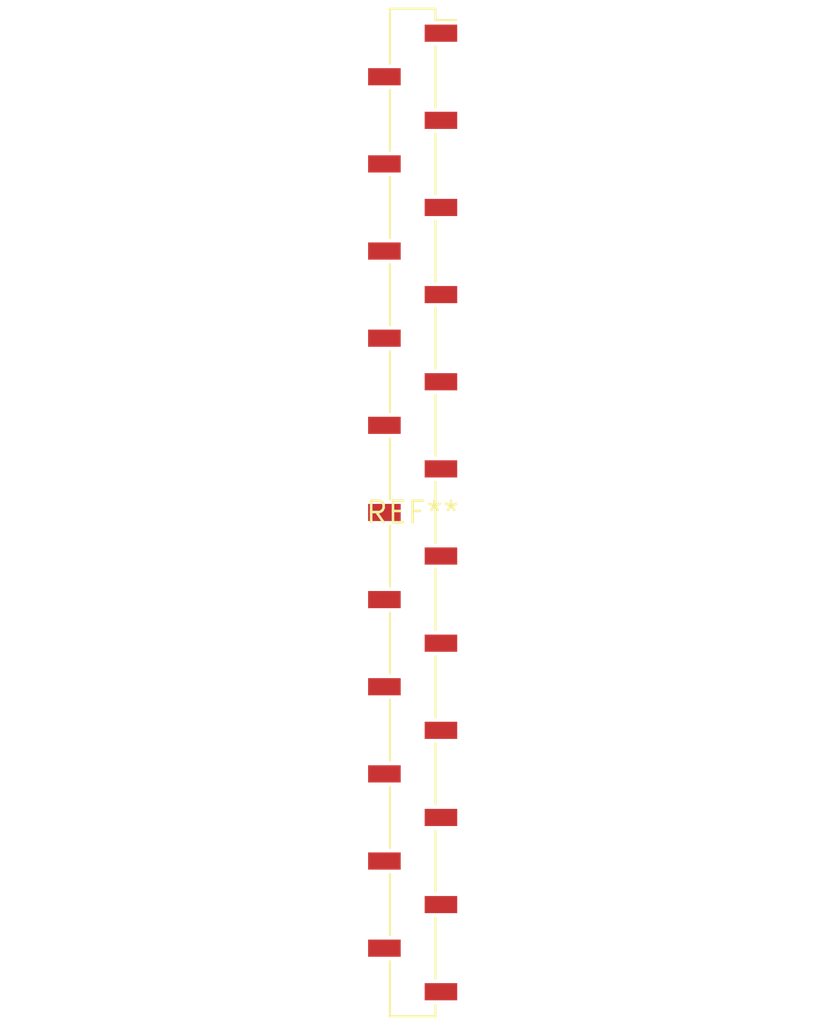
<source format=kicad_pcb>
(kicad_pcb (version 20240108) (generator pcbnew)
  (layers (0 "F.Cu" signal) (31 "B.Cu" signal) (34 "B.Paste" user) (35 "F.Paste" user) (36 "B.SilkS" user "B.Silkscreen") (37 "F.SilkS" user "F.Silkscreen") (38 "B.Mask" user) (39 "F.Mask" user) (44 "Edge.Cuts" user))
  (net 0 "")
  (footprint "PinSocket_1x23_P2.54mm_Vertical_SMD_Pin1Right" (layer "F.Cu") (at 0 0)
    (property "Reference" "REF**")
    (property "Value" "PinSocket_1x23_P2.54mm_Vertical_SMD_Pin1Right")
    (fp_line (start -1.33 -29.37) (end -1.33 -26.16) (layer "F.SilkS") (stroke (width 0.12)))
    (fp_line (start -1.33 -29.37) (end 1.33 -29.37) (layer "F.SilkS") (stroke (width 0.12)))
    (fp_line (start -1.33 -24.64) (end -1.33 -21.08) (layer "F.SilkS") (stroke (width 0.12)))
    (fp_line (start -1.33 -19.56) (end -1.33 -16) (layer "F.SilkS") (stroke (width 0.12)))
    (fp_line (start -1.33 -14.48) (end -1.33 -10.92) (layer "F.SilkS") (stroke (width 0.12)))
    (fp_line (start -1.33 -9.4) (end -1.33 -5.84) (layer "F.SilkS") (stroke (width 0.12)))
    (fp_line (start -1.33 -4.32) (end -1.33 -0.76) (layer "F.SilkS") (stroke (width 0.12)))
    (fp_line (start -1.33 0.76) (end -1.33 4.32) (layer "F.SilkS") (stroke (width 0.12)))
    (fp_line (start -1.33 5.84) (end -1.33 9.4) (layer "F.SilkS") (stroke (width 0.12)))
    (fp_line (start -1.33 10.92) (end -1.33 14.48) (layer "F.SilkS") (stroke (width 0.12)))
    (fp_line (start -1.33 16) (end -1.33 19.56) (layer "F.SilkS") (stroke (width 0.12)))
    (fp_line (start -1.33 21.08) (end -1.33 24.64) (layer "F.SilkS") (stroke (width 0.12)))
    (fp_line (start -1.33 26.16) (end -1.33 29.37) (layer "F.SilkS") (stroke (width 0.12)))
    (fp_line (start -1.33 29.37) (end 1.33 29.37) (layer "F.SilkS") (stroke (width 0.12)))
    (fp_line (start 1.33 -29.37) (end 1.33 -28.7) (layer "F.SilkS") (stroke (width 0.12)))
    (fp_line (start 1.33 -28.7) (end 2.54 -28.7) (layer "F.SilkS") (stroke (width 0.12)))
    (fp_line (start 1.33 -27.18) (end 1.33 -23.62) (layer "F.SilkS") (stroke (width 0.12)))
    (fp_line (start 1.33 -22.1) (end 1.33 -18.54) (layer "F.SilkS") (stroke (width 0.12)))
    (fp_line (start 1.33 -17.02) (end 1.33 -13.46) (layer "F.SilkS") (stroke (width 0.12)))
    (fp_line (start 1.33 -11.94) (end 1.33 -8.38) (layer "F.SilkS") (stroke (width 0.12)))
    (fp_line (start 1.33 -6.86) (end 1.33 -3.3) (layer "F.SilkS") (stroke (width 0.12)))
    (fp_line (start 1.33 -1.78) (end 1.33 1.78) (layer "F.SilkS") (stroke (width 0.12)))
    (fp_line (start 1.33 3.3) (end 1.33 6.86) (layer "F.SilkS") (stroke (width 0.12)))
    (fp_line (start 1.33 8.38) (end 1.33 11.94) (layer "F.SilkS") (stroke (width 0.12)))
    (fp_line (start 1.33 13.46) (end 1.33 17.02) (layer "F.SilkS") (stroke (width 0.12)))
    (fp_line (start 1.33 18.54) (end 1.33 22.1) (layer "F.SilkS") (stroke (width 0.12)))
    (fp_line (start 1.33 23.62) (end 1.33 27.18) (layer "F.SilkS") (stroke (width 0.12)))
    (fp_line (start 1.33 28.7) (end 1.33 29.37) (layer "F.SilkS") (stroke (width 0.12)))
    (pad "1" smd rect (at 1.65 -27.94) (size 1.9 1) (layers "F.Cu" "F.Paste" "F.Mask"))
    (pad "2" smd rect (at -1.65 -25.4) (size 1.9 1) (layers "F.Cu" "F.Paste" "F.Mask"))
    (pad "3" smd rect (at 1.65 -22.86) (size 1.9 1) (layers "F.Cu" "F.Paste" "F.Mask"))
    (pad "4" smd rect (at -1.65 -20.32) (size 1.9 1) (layers "F.Cu" "F.Paste" "F.Mask"))
    (pad "5" smd rect (at 1.65 -17.78) (size 1.9 1) (layers "F.Cu" "F.Paste" "F.Mask"))
    (pad "6" smd rect (at -1.65 -15.24) (size 1.9 1) (layers "F.Cu" "F.Paste" "F.Mask"))
    (pad "7" smd rect (at 1.65 -12.7) (size 1.9 1) (layers "F.Cu" "F.Paste" "F.Mask"))
    (pad "8" smd rect (at -1.65 -10.16) (size 1.9 1) (layers "F.Cu" "F.Paste" "F.Mask"))
    (pad "9" smd rect (at 1.65 -7.62) (size 1.9 1) (layers "F.Cu" "F.Paste" "F.Mask"))
    (pad "10" smd rect (at -1.65 -5.08) (size 1.9 1) (layers "F.Cu" "F.Paste" "F.Mask"))
    (pad "11" smd rect (at 1.65 -2.54) (size 1.9 1) (layers "F.Cu" "F.Paste" "F.Mask"))
    (pad "12" smd rect (at -1.65 0) (size 1.9 1) (layers "F.Cu" "F.Paste" "F.Mask"))
    (pad "13" smd rect (at 1.65 2.54) (size 1.9 1) (layers "F.Cu" "F.Paste" "F.Mask"))
    (pad "14" smd rect (at -1.65 5.08) (size 1.9 1) (layers "F.Cu" "F.Paste" "F.Mask"))
    (pad "15" smd rect (at 1.65 7.62) (size 1.9 1) (layers "F.Cu" "F.Paste" "F.Mask"))
    (pad "16" smd rect (at -1.65 10.16) (size 1.9 1) (layers "F.Cu" "F.Paste" "F.Mask"))
    (pad "17" smd rect (at 1.65 12.7) (size 1.9 1) (layers "F.Cu" "F.Paste" "F.Mask"))
    (pad "18" smd rect (at -1.65 15.24) (size 1.9 1) (layers "F.Cu" "F.Paste" "F.Mask"))
    (pad "19" smd rect (at 1.65 17.78) (size 1.9 1) (layers "F.Cu" "F.Paste" "F.Mask"))
    (pad "20" smd rect (at -1.65 20.32) (size 1.9 1) (layers "F.Cu" "F.Paste" "F.Mask"))
    (pad "21" smd rect (at 1.65 22.86) (size 1.9 1) (layers "F.Cu" "F.Paste" "F.Mask"))
    (pad "22" smd rect (at -1.65 25.4) (size 1.9 1) (layers "F.Cu" "F.Paste" "F.Mask"))
    (pad "23" smd rect (at 1.65 27.94) (size 1.9 1) (layers "F.Cu" "F.Paste" "F.Mask"))
  )
)
</source>
